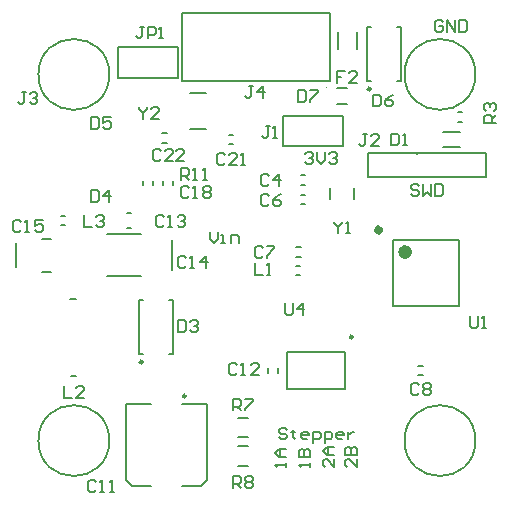
<source format=gto>
%FSLAX25Y25*%
%MOIN*%
G70*
G01*
G75*
G04 Layer_Color=65535*
%ADD10C,0.00787*%
%ADD11C,0.01378*%
%ADD12C,0.01969*%
%ADD13C,0.02756*%
%ADD14C,0.02953*%
%ADD15C,0.01181*%
%ADD16C,0.01575*%
%ADD17O,0.05315X0.01575*%
G04:AMPARAMS|DCode=18|XSize=118.11mil|YSize=35.43mil|CornerRadius=8.86mil|HoleSize=0mil|Usage=FLASHONLY|Rotation=90.000|XOffset=0mil|YOffset=0mil|HoleType=Round|Shape=RoundedRectangle|*
%AMROUNDEDRECTD18*
21,1,0.11811,0.01772,0,0,90.0*
21,1,0.10039,0.03543,0,0,90.0*
1,1,0.01772,0.00886,0.05020*
1,1,0.01772,0.00886,-0.05020*
1,1,0.01772,-0.00886,-0.05020*
1,1,0.01772,-0.00886,0.05020*
%
%ADD18ROUNDEDRECTD18*%
%ADD19O,0.01378X0.06693*%
%ADD20R,0.11811X0.11811*%
%ADD21C,0.05906*%
G04:AMPARAMS|DCode=22|XSize=59.06mil|YSize=68.9mil|CornerRadius=14.76mil|HoleSize=0mil|Usage=FLASHONLY|Rotation=270.000|XOffset=0mil|YOffset=0mil|HoleType=Round|Shape=RoundedRectangle|*
%AMROUNDEDRECTD22*
21,1,0.05906,0.03937,0,0,270.0*
21,1,0.02953,0.06890,0,0,270.0*
1,1,0.02953,-0.01969,-0.01476*
1,1,0.02953,-0.01969,0.01476*
1,1,0.02953,0.01969,0.01476*
1,1,0.02953,0.01969,-0.01476*
%
%ADD22ROUNDEDRECTD22*%
%ADD23R,0.06890X0.05906*%
%ADD24R,0.03347X0.04134*%
%ADD25R,0.05906X0.07087*%
%ADD26R,0.03937X0.03937*%
%ADD27C,0.03937*%
G04:AMPARAMS|DCode=28|XSize=59.06mil|YSize=47.24mil|CornerRadius=11.81mil|HoleSize=0mil|Usage=FLASHONLY|Rotation=90.000|XOffset=0mil|YOffset=0mil|HoleType=Round|Shape=RoundedRectangle|*
%AMROUNDEDRECTD28*
21,1,0.05906,0.02362,0,0,90.0*
21,1,0.03543,0.04724,0,0,90.0*
1,1,0.02362,0.01181,0.01772*
1,1,0.02362,0.01181,-0.01772*
1,1,0.02362,-0.01181,-0.01772*
1,1,0.02362,-0.01181,0.01772*
%
%ADD28ROUNDEDRECTD28*%
%ADD29R,0.05512X0.07874*%
%ADD30R,0.08661X0.09449*%
%ADD31R,0.06299X0.15748*%
%ADD32R,0.07480X0.08976*%
%ADD33R,0.07087X0.03937*%
%ADD34R,0.03937X0.03937*%
%ADD35R,0.06693X0.09449*%
%ADD36R,0.07087X0.13780*%
%ADD37R,0.02480X0.03268*%
%ADD38R,0.03937X0.07874*%
%ADD39O,0.06693X0.01181*%
%ADD40O,0.01181X0.06693*%
%ADD41C,0.03937*%
%ADD42O,0.07874X0.04921*%
%ADD43C,0.04134*%
%ADD44R,0.06102X0.06102*%
%ADD45C,0.06102*%
%ADD46C,0.05315*%
%ADD47R,0.05315X0.05315*%
%ADD48C,0.02362*%
%ADD49C,0.00591*%
%ADD50R,0.02874X0.01181*%
%ADD51R,0.01181X0.02874*%
%ADD52R,0.09843X0.09843*%
%ADD53R,0.05512X0.02362*%
%ADD54O,0.07008X0.02362*%
%ADD55O,0.02362X0.07008*%
%ADD56R,0.00394X0.00394*%
%ADD57C,0.00984*%
%ADD58C,0.01000*%
%ADD59C,0.00394*%
%ADD60C,0.02362*%
D10*
X92634Y38709D02*
Y51307D01*
X111925Y38709D02*
Y51307D01*
X92634Y38709D02*
X111925D01*
X92634Y51307D02*
X111925D01*
X144547Y124559D02*
X150453D01*
X144547Y119441D02*
X150453D01*
X76300Y19700D02*
X79700D01*
X76300Y13300D02*
X79700D01*
X54600Y106800D02*
Y108200D01*
X51400Y106800D02*
Y108200D01*
X44842Y106713D02*
Y108287D01*
X47992Y106713D02*
Y108287D01*
X39409Y92441D02*
X40591D01*
X39409Y97559D02*
X40591D01*
X53331Y68555D02*
X54709D01*
X53331Y50445D02*
X54709D01*
X43291Y68555D02*
X44669D01*
X43291Y50445D02*
X44669D01*
X54709D02*
Y68555D01*
X43291Y50445D02*
Y68555D01*
X32700Y90400D02*
X44200Y90390D01*
X32700Y76610D02*
X44200Y76600D01*
X54400Y78600D02*
Y88500D01*
X20516Y68795D02*
X22287D01*
X20713Y43205D02*
X22484D01*
X2342Y79405D02*
Y87594D01*
X10925Y77988D02*
X14075D01*
X10925Y89012D02*
X14075D01*
X97213Y110075D02*
X98787D01*
X97213Y106925D02*
X98787D01*
X97213Y103575D02*
X98787D01*
X97213Y100425D02*
X98787D01*
X114937Y102032D02*
Y105968D01*
X107063Y102032D02*
Y105968D01*
X17300Y96600D02*
X18700D01*
X17300Y93400D02*
X18700D01*
X95757Y80002D02*
X97157D01*
X95757Y76802D02*
X97157D01*
X95669Y82925D02*
X97244D01*
X95669Y86075D02*
X97244D01*
X60244Y125594D02*
X65756D01*
X60244Y137406D02*
X65756D01*
X73213Y120425D02*
X74787D01*
X73213Y123575D02*
X74787D01*
X51185Y120925D02*
X52760D01*
X51185Y124075D02*
X52760D01*
X119291Y141445D02*
Y159555D01*
Y141445D02*
X120669D01*
X119291Y159555D02*
X120669D01*
X129331Y141445D02*
X130709D01*
Y159555D01*
X129331D02*
X130709D01*
X41000Y6500D02*
X47382D01*
X39000Y8500D02*
X41000Y6500D01*
X39000Y8500D02*
Y34000D01*
X66000Y8500D02*
Y34000D01*
X64000Y6500D02*
X66000Y8500D01*
X57618Y6500D02*
X64000D01*
X39000Y34000D02*
X47382D01*
X57618D02*
X66000D01*
X76300Y29200D02*
X79700D01*
X76300Y22800D02*
X79700D01*
X86425Y44213D02*
Y45787D01*
X89575Y44213D02*
Y45787D01*
X109327Y139256D02*
X112673D01*
X109327Y133744D02*
X112673D01*
X91500Y120000D02*
X111500Y120000D01*
X111500Y130000D02*
X111500Y120000D01*
X91500Y130000D02*
X111500D01*
X91500Y120000D02*
Y130000D01*
X119815Y109563D02*
X159185D01*
X119815Y117437D02*
X159185D01*
X119815Y109563D02*
Y117437D01*
X159185Y109563D02*
Y117437D01*
X107028Y141445D02*
Y164279D01*
X57815Y141445D02*
X107028D01*
X57815D02*
Y164279D01*
X107028D01*
X136417Y46575D02*
X137992D01*
X136417Y43425D02*
X137992D01*
X149800Y131100D02*
X151200D01*
X149800Y127900D02*
X151200D01*
X128150Y66394D02*
Y88441D01*
X150197Y66394D02*
Y88441D01*
X128150D02*
X150197D01*
X128150Y66394D02*
X150197D01*
X36500Y142500D02*
Y152815D01*
X56500D01*
Y142500D02*
Y152815D01*
X36500Y142500D02*
X56500D01*
D49*
X155511Y143701D02*
G03*
X155511Y143701I-11811J0D01*
G01*
X155511Y21654D02*
G03*
X155511Y21654I-11811J0D01*
G01*
X33464D02*
G03*
X33464Y21654I-11811J0D01*
G01*
Y143701D02*
G03*
X33464Y143701I-11811J0D01*
G01*
X116150Y152244D02*
Y157756D01*
X109850Y152244D02*
Y157756D01*
X5577Y137794D02*
X4265D01*
X4921D01*
Y134514D01*
X4265Y133858D01*
X3609D01*
X2953Y134514D01*
X6888Y137138D02*
X7544Y137794D01*
X8856D01*
X9512Y137138D01*
Y136482D01*
X8856Y135826D01*
X8200D01*
X8856D01*
X9512Y135170D01*
Y134514D01*
X8856Y133858D01*
X7544D01*
X6888Y134514D01*
X91977Y67413D02*
Y64133D01*
X92633Y63477D01*
X93945D01*
X94601Y64133D01*
Y67413D01*
X97881Y63477D02*
Y67413D01*
X95913Y65445D01*
X98537D01*
X144750Y161154D02*
X144094Y161810D01*
X142782D01*
X142126Y161154D01*
Y158530D01*
X142782Y157874D01*
X144094D01*
X144750Y158530D01*
Y159842D01*
X143438D01*
X146062Y157874D02*
Y161810D01*
X148686Y157874D01*
Y161810D01*
X149997D02*
Y157874D01*
X151965D01*
X152621Y158530D01*
Y161154D01*
X151965Y161810D01*
X149997D01*
X66929Y91337D02*
Y88714D01*
X68241Y87402D01*
X69553Y88714D01*
Y91337D01*
X70865Y87402D02*
X72177D01*
X71521D01*
Y90025D01*
X70865D01*
X74145Y87402D02*
Y90025D01*
X76113D01*
X76768Y89369D01*
Y87402D01*
X98819Y117256D02*
X99475Y117912D01*
X100787D01*
X101443Y117256D01*
Y116600D01*
X100787Y115944D01*
X100131D01*
X100787D01*
X101443Y115288D01*
Y114632D01*
X100787Y113976D01*
X99475D01*
X98819Y114632D01*
X102755Y117912D02*
Y115288D01*
X104067Y113976D01*
X105378Y115288D01*
Y117912D01*
X106690Y117256D02*
X107346Y117912D01*
X108658D01*
X109314Y117256D01*
Y116600D01*
X108658Y115944D01*
X108002D01*
X108658D01*
X109314Y115288D01*
Y114632D01*
X108658Y113976D01*
X107346D01*
X106690Y114632D01*
X108500Y15624D02*
Y13000D01*
X105876Y15624D01*
X105220D01*
X104564Y14968D01*
Y13656D01*
X105220Y13000D01*
X108500Y16936D02*
X105876D01*
X104564Y18248D01*
X105876Y19560D01*
X108500D01*
X106532D01*
Y16936D01*
X100500Y13000D02*
Y14312D01*
Y13656D01*
X96564D01*
X97220Y13000D01*
X96564Y16280D02*
X100500D01*
Y18248D01*
X99844Y18904D01*
X99188D01*
X98532Y18248D01*
Y16280D01*
Y18248D01*
X97876Y18904D01*
X97220D01*
X96564Y18248D01*
Y16280D01*
X92500Y13000D02*
Y14312D01*
Y13656D01*
X88564D01*
X89220Y13000D01*
X92500Y16280D02*
X89876D01*
X88564Y17592D01*
X89876Y18904D01*
X92500D01*
X90532D01*
Y16280D01*
X116000Y15624D02*
Y13000D01*
X113376Y15624D01*
X112720D01*
X112064Y14968D01*
Y13656D01*
X112720Y13000D01*
X112064Y16936D02*
X116000D01*
Y18904D01*
X115344Y19560D01*
X114688D01*
X114032Y18904D01*
Y16936D01*
Y18904D01*
X113376Y19560D01*
X112720D01*
X112064Y18904D01*
Y16936D01*
X74803Y5906D02*
Y9841D01*
X76771D01*
X77427Y9185D01*
Y7873D01*
X76771Y7217D01*
X74803D01*
X76115D02*
X77427Y5906D01*
X78739Y9185D02*
X79395Y9841D01*
X80707D01*
X81363Y9185D01*
Y8529D01*
X80707Y7873D01*
X81363Y7217D01*
Y6561D01*
X80707Y5906D01*
X79395D01*
X78739Y6561D01*
Y7217D01*
X79395Y7873D01*
X78739Y8529D01*
Y9185D01*
X79395Y7873D02*
X80707D01*
X74803Y31693D02*
Y35629D01*
X76771D01*
X77427Y34973D01*
Y33661D01*
X76771Y33005D01*
X74803D01*
X76115D02*
X77427Y31693D01*
X78739Y35629D02*
X81363D01*
Y34973D01*
X78739Y32349D01*
Y31693D01*
X25000Y96936D02*
Y93000D01*
X27624D01*
X28936Y96280D02*
X29592Y96936D01*
X30904D01*
X31560Y96280D01*
Y95624D01*
X30904Y94968D01*
X30248D01*
X30904D01*
X31560Y94312D01*
Y93656D01*
X30904Y93000D01*
X29592D01*
X28936Y93656D01*
X18500Y39936D02*
Y36000D01*
X21124D01*
X25060D02*
X22436D01*
X25060Y38624D01*
Y39280D01*
X24404Y39936D01*
X23092D01*
X22436Y39280D01*
X112124Y144936D02*
X109500D01*
Y142968D01*
X110812D01*
X109500D01*
Y141000D01*
X116060D02*
X113436D01*
X116060Y143624D01*
Y144280D01*
X115404Y144936D01*
X114092D01*
X113436Y144280D01*
X121457Y137007D02*
Y133071D01*
X123425D01*
X124081Y133727D01*
Y136351D01*
X123425Y137007D01*
X121457D01*
X128016D02*
X126704Y136351D01*
X125392Y135039D01*
Y133727D01*
X126048Y133071D01*
X127360D01*
X128016Y133727D01*
Y134383D01*
X127360Y135039D01*
X125392D01*
X27362Y129436D02*
Y125500D01*
X29330D01*
X29986Y126156D01*
Y128780D01*
X29330Y129436D01*
X27362D01*
X33922D02*
X31298D01*
Y127468D01*
X32610Y128124D01*
X33266D01*
X33922Y127468D01*
Y126156D01*
X33266Y125500D01*
X31954D01*
X31298Y126156D01*
X27362Y105117D02*
Y101181D01*
X29330D01*
X29986Y101837D01*
Y104461D01*
X29330Y105117D01*
X27362D01*
X33266Y101181D02*
Y105117D01*
X31298Y103149D01*
X33922D01*
X56500Y61936D02*
Y58000D01*
X58468D01*
X59124Y58656D01*
Y61280D01*
X58468Y61936D01*
X56500D01*
X60436Y61280D02*
X61092Y61936D01*
X62404D01*
X63060Y61280D01*
Y60624D01*
X62404Y59968D01*
X61748D01*
X62404D01*
X63060Y59312D01*
Y58656D01*
X62404Y58000D01*
X61092D01*
X60436Y58656D01*
X60041Y105780D02*
X59385Y106436D01*
X58073D01*
X57417Y105780D01*
Y103156D01*
X58073Y102500D01*
X59385D01*
X60041Y103156D01*
X61353Y102500D02*
X62665D01*
X62009D01*
Y106436D01*
X61353Y105780D01*
X64633D02*
X65289Y106436D01*
X66601D01*
X67257Y105780D01*
Y105124D01*
X66601Y104468D01*
X67257Y103812D01*
Y103156D01*
X66601Y102500D01*
X65289D01*
X64633Y103156D01*
Y103812D01*
X65289Y104468D01*
X64633Y105124D01*
Y105780D01*
X65289Y104468D02*
X66601D01*
X4002Y94421D02*
X3346Y95078D01*
X2034D01*
X1378Y94421D01*
Y91798D01*
X2034Y91142D01*
X3346D01*
X4002Y91798D01*
X5314Y91142D02*
X6626D01*
X5970D01*
Y95078D01*
X5314Y94421D01*
X11217Y95078D02*
X8593D01*
Y93110D01*
X9905Y93765D01*
X10561D01*
X11217Y93110D01*
Y91798D01*
X10561Y91142D01*
X9249D01*
X8593Y91798D01*
X59120Y82414D02*
X58464Y83070D01*
X57152D01*
X56496Y82414D01*
Y79790D01*
X57152Y79134D01*
X58464D01*
X59120Y79790D01*
X60432Y79134D02*
X61744D01*
X61088D01*
Y83070D01*
X60432Y82414D01*
X65679Y79134D02*
Y83070D01*
X63712Y81102D01*
X66335D01*
X51624Y96280D02*
X50968Y96936D01*
X49656D01*
X49000Y96280D01*
Y93656D01*
X49656Y93000D01*
X50968D01*
X51624Y93656D01*
X52936Y93000D02*
X54248D01*
X53592D01*
Y96936D01*
X52936Y96280D01*
X56216D02*
X56871Y96936D01*
X58183D01*
X58839Y96280D01*
Y95624D01*
X58183Y94968D01*
X57527D01*
X58183D01*
X58839Y94312D01*
Y93656D01*
X58183Y93000D01*
X56871D01*
X56216Y93656D01*
X76124Y46780D02*
X75468Y47436D01*
X74156D01*
X73500Y46780D01*
Y44156D01*
X74156Y43500D01*
X75468D01*
X76124Y44156D01*
X77436Y43500D02*
X78748D01*
X78092D01*
Y47436D01*
X77436Y46780D01*
X83339Y43500D02*
X80716D01*
X83339Y46124D01*
Y46780D01*
X82683Y47436D01*
X81371D01*
X80716Y46780D01*
X29124Y7780D02*
X28468Y8436D01*
X27156D01*
X26500Y7780D01*
Y5156D01*
X27156Y4500D01*
X28468D01*
X29124Y5156D01*
X30436Y4500D02*
X31748D01*
X31092D01*
Y8436D01*
X30436Y7780D01*
X33716Y4500D02*
X35027D01*
X34372D01*
Y8436D01*
X33716Y7780D01*
X86624Y109780D02*
X85968Y110436D01*
X84656D01*
X84000Y109780D01*
Y107156D01*
X84656Y106500D01*
X85968D01*
X86624Y107156D01*
X89904Y106500D02*
Y110436D01*
X87936Y108468D01*
X90560D01*
X136624Y40280D02*
X135968Y40936D01*
X134656D01*
X134000Y40280D01*
Y37656D01*
X134656Y37000D01*
X135968D01*
X136624Y37656D01*
X137936Y40280D02*
X138592Y40936D01*
X139904D01*
X140560Y40280D01*
Y39624D01*
X139904Y38968D01*
X140560Y38312D01*
Y37656D01*
X139904Y37000D01*
X138592D01*
X137936Y37656D01*
Y38312D01*
X138592Y38968D01*
X137936Y39624D01*
Y40280D01*
X138592Y38968D02*
X139904D01*
X86624Y103280D02*
X85968Y103936D01*
X84656D01*
X84000Y103280D01*
Y100656D01*
X84656Y100000D01*
X85968D01*
X86624Y100656D01*
X90560Y103936D02*
X89248Y103280D01*
X87936Y101968D01*
Y100656D01*
X88592Y100000D01*
X89904D01*
X90560Y100656D01*
Y101312D01*
X89904Y101968D01*
X87936D01*
X84580Y85780D02*
X83925Y86436D01*
X82613D01*
X81957Y85780D01*
Y83156D01*
X82613Y82500D01*
X83925D01*
X84580Y83156D01*
X85892Y86436D02*
X88516D01*
Y85780D01*
X85892Y83156D01*
Y82500D01*
X50624Y118280D02*
X49968Y118936D01*
X48656D01*
X48000Y118280D01*
Y115656D01*
X48656Y115000D01*
X49968D01*
X50624Y115656D01*
X54560Y115000D02*
X51936D01*
X54560Y117624D01*
Y118280D01*
X53904Y118936D01*
X52592D01*
X51936Y118280D01*
X58495Y115000D02*
X55871D01*
X58495Y117624D01*
Y118280D01*
X57839Y118936D01*
X56527D01*
X55871Y118280D01*
X72124Y116780D02*
X71468Y117436D01*
X70156D01*
X69500Y116780D01*
Y114156D01*
X70156Y113500D01*
X71468D01*
X72124Y114156D01*
X76060Y113500D02*
X73436D01*
X76060Y116124D01*
Y116780D01*
X75404Y117436D01*
X74092D01*
X73436Y116780D01*
X77372Y113500D02*
X78683D01*
X78027D01*
Y117436D01*
X77372Y116780D01*
X43500Y132936D02*
Y132280D01*
X44812Y130968D01*
X46124Y132280D01*
Y132936D01*
X44812Y130968D02*
Y129000D01*
X50060D02*
X47436D01*
X50060Y131624D01*
Y132280D01*
X49404Y132936D01*
X48092D01*
X47436Y132280D01*
X108465Y94684D02*
Y94028D01*
X109776Y92716D01*
X111088Y94028D01*
Y94684D01*
X109776Y92716D02*
Y90748D01*
X112400D02*
X113712D01*
X113056D01*
Y94684D01*
X112400Y94028D01*
X57500Y108500D02*
Y112436D01*
X59468D01*
X60124Y111780D01*
Y110468D01*
X59468Y109812D01*
X57500D01*
X58812D02*
X60124Y108500D01*
X61436D02*
X62748D01*
X62092D01*
Y112436D01*
X61436Y111780D01*
X64715Y108500D02*
X66027D01*
X65372D01*
Y112436D01*
X64715Y111780D01*
X81957Y80837D02*
Y76902D01*
X84580D01*
X85892D02*
X87204D01*
X86548D01*
Y80837D01*
X85892Y80181D01*
X44947Y159644D02*
X43635D01*
X44291D01*
Y156365D01*
X43635Y155709D01*
X42979D01*
X42323Y156365D01*
X46259Y155709D02*
Y159644D01*
X48226D01*
X48882Y158988D01*
Y157676D01*
X48226Y157021D01*
X46259D01*
X50194Y155709D02*
X51506D01*
X50850D01*
Y159644D01*
X50194Y158988D01*
X86876Y126574D02*
X85564D01*
X86220D01*
Y123294D01*
X85564Y122638D01*
X84908D01*
X84252Y123294D01*
X88188Y122638D02*
X89500D01*
X88844D01*
Y126574D01*
X88188Y125918D01*
X119356Y123818D02*
X118044D01*
X118700D01*
Y120538D01*
X118044Y119882D01*
X117388D01*
X116732Y120538D01*
X123292Y119882D02*
X120668D01*
X123292Y122506D01*
Y123162D01*
X122636Y123818D01*
X121324D01*
X120668Y123162D01*
X81364Y139936D02*
X80052D01*
X80708D01*
Y136656D01*
X80052Y136000D01*
X79396D01*
X78740Y136656D01*
X84644Y136000D02*
Y139936D01*
X82676Y137968D01*
X85300D01*
X96500Y138436D02*
Y134500D01*
X98468D01*
X99124Y135156D01*
Y137780D01*
X98468Y138436D01*
X96500D01*
X100436D02*
X103060D01*
Y137780D01*
X100436Y135156D01*
Y134500D01*
X127362Y124014D02*
Y120079D01*
X129330D01*
X129986Y120735D01*
Y123359D01*
X129330Y124014D01*
X127362D01*
X131298Y120079D02*
X132610D01*
X131954D01*
Y124014D01*
X131298Y123359D01*
X162402Y127559D02*
X158466D01*
Y129527D01*
X159122Y130183D01*
X160434D01*
X161090Y129527D01*
Y127559D01*
Y128871D02*
X162402Y130183D01*
X159122Y131495D02*
X158466Y132151D01*
Y133463D01*
X159122Y134119D01*
X159778D01*
X160434Y133463D01*
Y132807D01*
Y133463D01*
X161090Y134119D01*
X161746D01*
X162402Y133463D01*
Y132151D01*
X161746Y131495D01*
X153740Y63188D02*
Y59908D01*
X154396Y59252D01*
X155708D01*
X156364Y59908D01*
Y63188D01*
X157676Y59252D02*
X158988D01*
X158332D01*
Y63188D01*
X157676Y62532D01*
X92781Y25327D02*
X92125Y25983D01*
X90813D01*
X90158Y25327D01*
Y24671D01*
X90813Y24015D01*
X92125D01*
X92781Y23359D01*
Y22703D01*
X92125Y22047D01*
X90813D01*
X90158Y22703D01*
X94749Y25327D02*
Y24671D01*
X94093D01*
X95405D01*
X94749D01*
Y22703D01*
X95405Y22047D01*
X99341D02*
X98029D01*
X97373Y22703D01*
Y24015D01*
X98029Y24671D01*
X99341D01*
X99997Y24015D01*
Y23359D01*
X97373D01*
X101309Y20735D02*
Y24671D01*
X103277D01*
X103933Y24015D01*
Y22703D01*
X103277Y22047D01*
X101309D01*
X105245Y20735D02*
Y24671D01*
X107212D01*
X107868Y24015D01*
Y22703D01*
X107212Y22047D01*
X105245D01*
X111148D02*
X109836D01*
X109180Y22703D01*
Y24015D01*
X109836Y24671D01*
X111148D01*
X111804Y24015D01*
Y23359D01*
X109180D01*
X113116Y24671D02*
Y22047D01*
Y23359D01*
X113772Y24015D01*
X114428Y24671D01*
X115084D01*
X136679Y106429D02*
X136023Y107085D01*
X134711D01*
X134055Y106429D01*
Y105773D01*
X134711Y105117D01*
X136023D01*
X136679Y104462D01*
Y103806D01*
X136023Y103150D01*
X134711D01*
X134055Y103806D01*
X137991Y107085D02*
Y103150D01*
X139303Y104462D01*
X140615Y103150D01*
Y107085D01*
X141927D02*
Y103150D01*
X143895D01*
X144550Y103806D01*
Y106429D01*
X143895Y107085D01*
X141927D01*
D57*
X114583Y56228D02*
G03*
X114583Y56228I-492J0D01*
G01*
X44571Y47886D02*
G03*
X44571Y47886I-492J0D01*
G01*
X120571Y138886D02*
G03*
X120571Y138886I-492J0D01*
G01*
X58992Y36492D02*
G03*
X58992Y36492I-492J0D01*
G01*
D58*
X136083Y117300D02*
G03*
X136083Y117300I-141J0D01*
G01*
D59*
X105961Y139315D02*
G03*
X105961Y139315I-197J0D01*
G01*
D60*
X133268Y84504D02*
G03*
X133268Y84504I-1181J0D01*
G01*
X123701Y91905D02*
G03*
X123701Y91905I-492J0D01*
G01*
M02*

</source>
